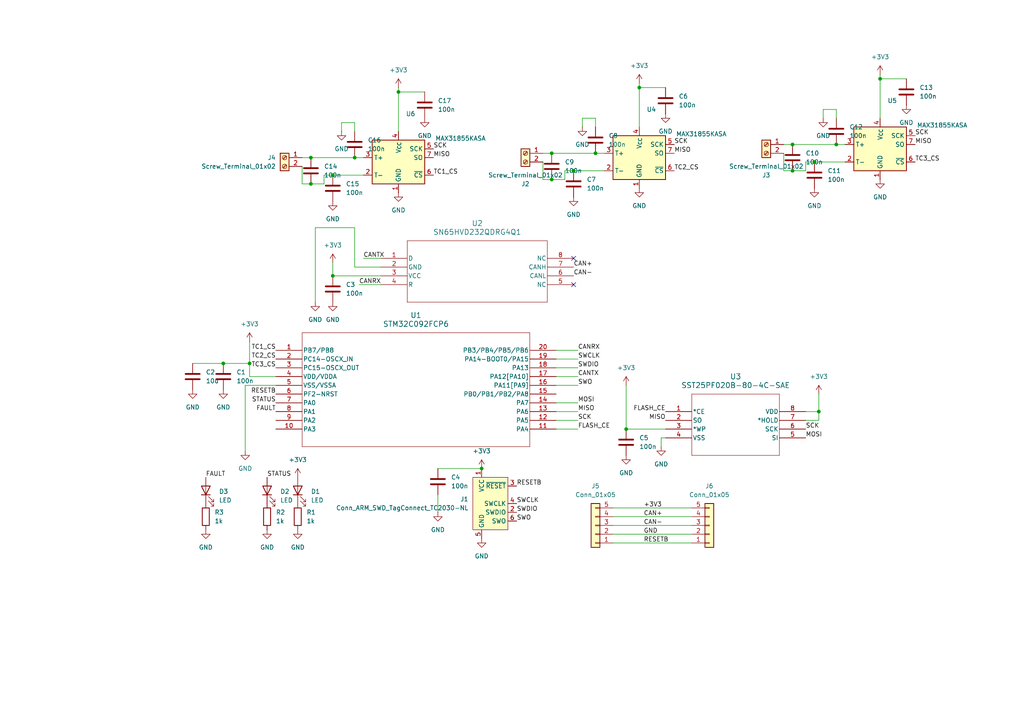
<source format=kicad_sch>
(kicad_sch (version 20250114) (generator "eeschema") (generator_version "9.0")
  (paper "A4")
  (lib_symbols
    (symbol "2025-06-11_00-44-39:STM32C092FCP6" (pin_names (offset 0.254))
      (property "Reference" "U" (at 40.64 10.16 0))
      (property "Value" "STM32C092FCP6" (at 40.64 7.62 0))
      (symbol "STM32C092FCP6_0_1"
        (polyline (pts (xy 7.62 5.08) (xy 7.62 -27.94)) (stroke (width 0.127)))
        (polyline (pts (xy 7.62 -27.94) (xy 73.66 -27.94)) (stroke (width 0.127)))
        (polyline (pts (xy 73.66 5.08) (xy 7.62 5.08)) (stroke (width 0.127)))
        (polyline (pts (xy 73.66 -27.94) (xy 73.66 5.08)) (stroke (width 0.127)))
        (pin bidirectional line (at 0 0 0) (length 7.62) (name "PB7/PB8") (number "1"))
        (pin bidirectional line (at 0 -2.54 0) (length 7.62) (name "PC14-OSCX_IN") (number "2"))
        (pin bidirectional line (at 0 -5.08 0) (length 7.62) (name "PC15-OSCX_OUT") (number "3"))
        (pin power_in line (at 0 -7.62 0) (length 7.62) (name "VDD/VDDA") (number "4"))
        (pin power_out line (at 0 -10.16 0) (length 7.62) (name "VSS/VSSA") (number "5"))
        (pin bidirectional line (at 0 -12.7 0) (length 7.62) (name "PF2-NRST") (number "6"))
        (pin bidirectional line (at 0 -15.24 0) (length 7.62) (name "PA0") (number "7"))
        (pin bidirectional line (at 0 -17.78 0) (length 7.62) (name "PA1") (number "8"))
        (pin bidirectional line (at 0 -20.32 0) (length 7.62) (name "PA2") (number "9"))
        (pin bidirectional line (at 0 -22.86 0) (length 7.62) (name "PA3") (number "10"))
        (pin bidirectional line (at 81.28 0 180) (length 7.62) (name "PB3/PB4/PB5/PB6") (number "20"))
        (pin bidirectional line (at 81.28 -2.54 180) (length 7.62) (name "PA14-BOOT0/PA15") (number "19"))
        (pin bidirectional line (at 81.28 -5.08 180) (length 7.62) (name "PA13") (number "18"))
        (pin bidirectional line (at 81.28 -7.62 180) (length 7.62) (name "PA12[PA10]") (number "17"))
        (pin bidirectional line (at 81.28 -10.16 180) (length 7.62) (name "PA11[PA9]") (number "16"))
        (pin bidirectional line (at 81.28 -12.7 180) (length 7.62) (name "PB0/PB1/PB2/PA8") (number "15"))
        (pin bidirectional line (at 81.28 -15.24 180) (length 7.62) (name "PA7") (number "14"))
        (pin bidirectional line (at 81.28 -17.78 180) (length 7.62) (name "PA6") (number "13"))
        (pin bidirectional line (at 81.28 -20.32 180) (length 7.62) (name "PA5") (number "12"))
        (pin bidirectional line (at 81.28 -22.86 180) (length 7.62) (name "PA4") (number "11"))
      )
    )
    (symbol "2025-06-11_00-45-23:SN65HVD232QDRG4Q1" (pin_names (offset 0.254))
      (property "Reference" "U" (at 27.94 10.16 0))
      (property "Value" "SN65HVD232QDRG4Q1" (at 27.94 7.62 0))
      (symbol "SN65HVD232QDRG4Q1_0_1"
        (polyline (pts (xy 7.62 5.08) (xy 7.62 -12.7)) (stroke (width 0.127)))
        (polyline (pts (xy 7.62 -12.7) (xy 48.26 -12.7)) (stroke (width 0.127)))
        (polyline (pts (xy 48.26 5.08) (xy 7.62 5.08)) (stroke (width 0.127)))
        (polyline (pts (xy 48.26 -12.7) (xy 48.26 5.08)) (stroke (width 0.127)))
        (pin input line (at 0 0 0) (length 7.62) (name "D") (number "1"))
        (pin power_in line (at 0 -2.54 0) (length 7.62) (name "GND") (number "2"))
        (pin power_in line (at 0 -5.08 0) (length 7.62) (name "VCC") (number "3"))
        (pin input line (at 0 -7.62 0) (length 7.62) (name "R") (number "4"))
        (pin unspecified line (at 55.88 0 180) (length 7.62) (name "NC") (number "8"))
        (pin output line (at 55.88 -2.54 180) (length 7.62) (name "CANH") (number "7"))
        (pin output line (at 55.88 -5.08 180) (length 7.62) (name "CANL") (number "6"))
        (pin unspecified line (at 55.88 -7.62 180) (length 7.62) (name "NC") (number "5"))
      )
    )
    (symbol "2025-06-11_00-53-44:SST25PF020B-80-4C-SAE" (pin_names (offset 0.254))
      (property "Reference" "U" (at 20.32 10.16 0))
      (property "Value" "SST25PF020B-80-4C-SAE" (at 20.32 7.62 0))
      (symbol "SST25PF020B-80-4C-SAE_0_1"
        (polyline (pts (xy 7.62 5.08) (xy 7.62 -12.7)) (stroke (width 0.127)))
        (polyline (pts (xy 7.62 -12.7) (xy 33.02 -12.7)) (stroke (width 0.127)))
        (polyline (pts (xy 33.02 5.08) (xy 7.62 5.08)) (stroke (width 0.127)))
        (polyline (pts (xy 33.02 -12.7) (xy 33.02 5.08)) (stroke (width 0.127)))
        (pin unspecified line (at 0 0 0) (length 7.62) (name "*CE") (number "1"))
        (pin output line (at 0 -2.54 0) (length 7.62) (name "SO") (number "2"))
        (pin unspecified line (at 0 -5.08 0) (length 7.62) (name "*WP") (number "3"))
        (pin power_in line (at 0 -7.62 0) (length 7.62) (name "VSS") (number "4"))
        (pin power_in line (at 40.64 0 180) (length 7.62) (name "VDD") (number "8"))
        (pin unspecified line (at 40.64 -2.54 180) (length 7.62) (name "*HOLD") (number "7"))
        (pin unspecified line (at 40.64 -5.08 180) (length 7.62) (name "SCK") (number "6"))
        (pin input line (at 40.64 -7.62 180) (length 7.62) (name "SI") (number "5"))
      )
    )
    (symbol "Connector:Conn_ARM_SWD_TagConnect_TC2030-NL" (in_bom no)
      (property "Reference" "J" (at 2.54 11.43 0))
      (property "Value" "Conn_ARM_SWD_TagConnect_TC2030-NL" (at 2.54 8.89 0))
      (symbol "Conn_ARM_SWD_TagConnect_TC2030-NL_0_0"
        (pin power_in line (at -2.54 10.16 270) (length 2.54) (name "VCC") (number "1"))
        (pin power_in line (at -2.54 -10.16 90) (length 2.54) (name "GND") (number "5"))
        (pin open_collector line (at 7.62 5.08 180) (length 2.54) (name "~{RESET}") (number "3"))
        (pin output line (at 7.62 0 180) (length 2.54) (name "SWCLK") (number "4"))
        (pin bidirectional line (at 7.62 -2.54 180) (length 2.54) (name "SWDIO") (number "2"))
        (pin input line (at 7.62 -5.08 180) (length 2.54) (name "SWO") (number "6"))
      )
      (symbol "Conn_ARM_SWD_TagConnect_TC2030-NL_0_1"
        (rectangle (start -5.08 7.62) (end 5.08 -7.62) (fill (type background)))
      )
    )
    (symbol "Connector:Screw_Terminal_01x02" (pin_names (offset 1.016) (hide yes))
      (property "Reference" "J" (at 0 2.54 0))
      (property "Value" "Screw_Terminal_01x02" (at 0 -5.08 0))
      (symbol "Screw_Terminal_01x02_1_1"
        (rectangle (start -1.27 1.27) (end 1.27 -3.81) (stroke (width 0.254)) (fill (type background)))
        (polyline (pts (xy -0.5334 0.3302) (xy 0.3302 -0.508)) (stroke (width 0.1524)))
        (polyline (pts (xy -0.5334 -2.2098) (xy 0.3302 -3.048)) (stroke (width 0.1524)))
        (polyline (pts (xy -0.3556 0.508) (xy 0.508 -0.3302)) (stroke (width 0.1524)))
        (polyline (pts (xy -0.3556 -2.032) (xy 0.508 -2.8702)) (stroke (width 0.1524)))
        (circle (center 0 0) (radius 0.635) (stroke (width 0.1524)))
        (circle (center 0 -2.54) (radius 0.635) (stroke (width 0.1524)))
        (pin passive line (at -5.08 0 0) (length 3.81) (name "Pin_1") (number "1"))
        (pin passive line (at -5.08 -2.54 0) (length 3.81) (name "Pin_2") (number "2"))
      )
    )
    (symbol "Connector_Generic:Conn_01x05" (pin_names (offset 1.016) (hide yes))
      (property "Reference" "J" (at 0 7.62 0))
      (property "Value" "Conn_01x05" (at 0 -7.62 0))
      (symbol "Conn_01x05_1_1"
        (rectangle (start -1.27 6.35) (end 1.27 -6.35) (stroke (width 0.254)) (fill (type background)))
        (rectangle (start -1.27 5.207) (end 0 4.953) (stroke (width 0.1524)))
        (rectangle (start -1.27 2.667) (end 0 2.413) (stroke (width 0.1524)))
        (rectangle (start -1.27 0.127) (end 0 -0.127) (stroke (width 0.1524)))
        (rectangle (start -1.27 -2.413) (end 0 -2.667) (stroke (width 0.1524)))
        (rectangle (start -1.27 -4.953) (end 0 -5.207) (stroke (width 0.1524)))
        (pin passive line (at -5.08 5.08 0) (length 3.81) (name "Pin_1") (number "1"))
        (pin passive line (at -5.08 2.54 0) (length 3.81) (name "Pin_2") (number "2"))
        (pin passive line (at -5.08 0 0) (length 3.81) (name "Pin_3") (number "3"))
        (pin passive line (at -5.08 -2.54 0) (length 3.81) (name "Pin_4") (number "4"))
        (pin passive line (at -5.08 -5.08 0) (length 3.81) (name "Pin_5") (number "5"))
      )
    )
    (symbol "Device:C" (pin_numbers (hide yes)) (pin_names (offset 0.254))
      (property "Reference" "C" (at 0.635 2.54 0))
      (property "Value" "C" (at 0.635 -2.54 0))
      (symbol "C_0_1"
        (polyline (pts (xy -2.032 0.762) (xy 2.032 0.762)) (stroke (width 0.508)))
        (polyline (pts (xy -2.032 -0.762) (xy 2.032 -0.762)) (stroke (width 0.508)))
      )
      (symbol "C_1_1"
        (pin passive line (at 0 3.81 270) (length 2.794) (name "~") (number "1"))
        (pin passive line (at 0 -3.81 90) (length 2.794) (name "~") (number "2"))
      )
    )
    (symbol "Device:LED" (pin_numbers (hide yes)) (pin_names (offset 1.016) (hide yes))
      (property "Reference" "D" (at 0 2.54 0))
      (property "Value" "LED" (at 0 -2.54 0))
      (symbol "LED_0_1"
        (polyline (pts (xy -3.048 -0.762) (xy -4.572 -2.286) (xy -3.81 -2.286) (xy -4.572 -2.286) (xy -4.572 -1.524)))
        (polyline (pts (xy -1.778 -0.762) (xy -3.302 -2.286) (xy -2.54 -2.286) (xy -3.302 -2.286) (xy -3.302 -1.524)))
        (polyline (pts (xy -1.27 0) (xy 1.27 0)))
        (polyline (pts (xy -1.27 -1.27) (xy -1.27 1.27)) (stroke (width 0.254)))
        (polyline (pts (xy 1.27 -1.27) (xy 1.27 1.27) (xy -1.27 0) (xy 1.27 -1.27)) (stroke (width 0.254)))
      )
      (symbol "LED_1_1"
        (pin passive line (at -3.81 0 0) (length 2.54) (name "K") (number "1"))
        (pin passive line (at 3.81 0 180) (length 2.54) (name "A") (number "2"))
      )
    )
    (symbol "Device:R" (pin_numbers (hide yes)) (pin_names (offset 0))
      (property "Reference" "R" (at 2.032 0 90))
      (property "Value" "R" (at 0 0 90))
      (symbol "R_0_1"
        (rectangle (start -1.016 -2.54) (end 1.016 2.54) (stroke (width 0.254)))
      )
      (symbol "R_1_1"
        (pin passive line (at 0 3.81 270) (length 1.27) (name "~") (number "1"))
        (pin passive line (at 0 -3.81 90) (length 1.27) (name "~") (number "2"))
      )
    )
    (symbol "Sensor_Temperature:MAX31855KASA"
      (property "Reference" "U" (at -7.62 8.89 0))
      (property "Value" "MAX31855KASA" (at 1.27 8.89 0))
      (symbol "MAX31855KASA_0_1"
        (rectangle (start -7.62 7.62) (end 7.62 -5.08) (stroke (width 0.254)) (fill (type background)))
      )
      (symbol "MAX31855KASA_1_1"
        (pin passive line (at -10.16 2.54 0) (length 2.54) (name "T+") (number "3"))
        (pin passive line (at -10.16 -2.54 0) (length 2.54) (name "T-") (number "2"))
        (pin no_connect line (at -7.62 5.08 0) (length 2.54) (hide yes) (name "NC") (number "8"))
        (pin power_in line (at 0 10.16 270) (length 2.54) (name "V_{CC}") (number "4"))
        (pin power_in line (at 0 -7.62 90) (length 2.54) (name "GND") (number "1"))
        (pin input line (at 10.16 5.08 180) (length 2.54) (name "SCK") (number "5"))
        (pin tri_state line (at 10.16 2.54 180) (length 2.54) (name "SO") (number "7"))
        (pin input line (at 10.16 -2.54 180) (length 2.54) (name "~{CS}") (number "6"))
      )
    )
    (symbol "power:+3V3" (power) (pin_numbers (hide yes)) (pin_names (offset 0) (hide yes))
      (property "Value" "+3V3" (at 0 3.556 0))
      (symbol "+3V3_0_1"
        (polyline (pts (xy -0.762 1.27) (xy 0 2.54)))
        (polyline (pts (xy 0 2.54) (xy 0.762 1.27)))
        (polyline (pts (xy 0 0) (xy 0 2.54)))
      )
      (symbol "+3V3_1_1"
        (pin power_in line (at 0 0 90) (length 0) (name "~") (number "1"))
      )
    )
    (symbol "power:GND" (power) (pin_numbers (hide yes)) (pin_names (offset 0) (hide yes))
      (property "Value" "GND" (at 0 -3.81 0))
      (symbol "GND_0_1"
        (polyline (pts (xy 0 0) (xy 0 -1.27) (xy 1.27 -1.27) (xy 0 -2.54) (xy -1.27 -1.27) (xy 0 -1.27)))
      )
      (symbol "GND_1_1"
        (pin power_in line (at 0 0 270) (length 0) (name "~") (number "1"))
      )
    )
  )
  (junction (at 237.49 119.38))
  (junction (at 172.72 44.45))
  (junction (at 242.57 41.91))
  (junction (at 96.52 50.8))
  (junction (at 255.27 22.86))
  (junction (at 139.7 135.89))
  (junction (at 181.61 124.46))
  (junction (at 72.39 105.41))
  (junction (at 185.42 25.4))
  (junction (at 166.37 49.53))
  (junction (at 229.87 49.53))
  (junction (at 102.87 45.72))
  (junction (at 115.57 26.67))
  (junction (at 160.02 44.45))
  (junction (at 96.52 80.01))
  (junction (at 229.87 41.91))
  (junction (at 90.17 45.72))
  (junction (at 64.77 105.41))
  (junction (at 160.02 52.07))
  (junction (at 236.22 46.99))
  (junction (at 90.17 53.34))
  (no_connect (at 166.37 74.93))
  (no_connect (at 166.37 82.55))
  (wire (pts (xy 87.63 48.26) (xy 87.63 53.34)))
  (wire (pts (xy 72.39 109.22) (xy 72.39 105.41)))
  (wire (pts (xy 181.61 111.76) (xy 181.61 124.46)))
  (wire (pts (xy 71.12 130.81) (xy 71.12 111.76)))
  (wire (pts (xy 229.87 41.91) (xy 242.57 41.91)))
  (wire (pts (xy 99.06 38.1) (xy 99.06 35.56)))
  (wire (pts (xy 102.87 45.72) (xy 105.41 45.72)))
  (wire (pts (xy 90.17 53.34) (xy 93.98 53.34)))
  (wire (pts (xy 115.57 26.67) (xy 115.57 38.1)))
  (wire (pts (xy 238.76 31.75) (xy 242.57 31.75)))
  (wire (pts (xy 237.49 114.3) (xy 237.49 119.38)))
  (wire (pts (xy 255.27 22.86) (xy 262.89 22.86)))
  (wire (pts (xy 255.27 21.59) (xy 255.27 22.86)))
  (wire (pts (xy 238.76 34.29) (xy 238.76 31.75)))
  (wire (pts (xy 185.42 24.13) (xy 185.42 25.4)))
  (wire (pts (xy 172.72 44.45) (xy 175.26 44.45)))
  (wire (pts (xy 80.01 109.22) (xy 72.39 109.22)))
  (wire (pts (xy 233.68 119.38) (xy 237.49 119.38)))
  (wire (pts (xy 233.68 46.99) (xy 236.22 46.99)))
  (wire (pts (xy 236.22 46.99) (xy 245.11 46.99)))
  (wire (pts (xy 167.64 119.38) (xy 161.29 119.38)))
  (wire (pts (xy 160.02 52.07) (xy 163.83 52.07)))
  (wire (pts (xy 102.87 77.47) (xy 110.49 77.47)))
  (wire (pts (xy 168.91 34.29) (xy 172.72 34.29)))
  (wire (pts (xy 99.06 35.56) (xy 102.87 35.56)))
  (wire (pts (xy 177.8 152.4) (xy 200.66 152.4)))
  (wire (pts (xy 102.87 35.56) (xy 102.87 38.1)))
  (wire (pts (xy 96.52 76.2) (xy 96.52 80.01)))
  (wire (pts (xy 233.68 121.92) (xy 237.49 121.92)))
  (wire (pts (xy 160.02 44.45) (xy 172.72 44.45)))
  (wire (pts (xy 157.48 44.45) (xy 160.02 44.45)))
  (wire (pts (xy 227.33 41.91) (xy 229.87 41.91)))
  (wire (pts (xy 227.33 49.53) (xy 229.87 49.53)))
  (wire (pts (xy 233.68 49.53) (xy 233.68 46.99)))
  (wire (pts (xy 87.63 45.72) (xy 90.17 45.72)))
  (wire (pts (xy 127 135.89) (xy 139.7 135.89)))
  (wire (pts (xy 115.57 26.67) (xy 123.19 26.67)))
  (wire (pts (xy 91.44 66.04) (xy 91.44 87.63)))
  (wire (pts (xy 87.63 53.34) (xy 90.17 53.34)))
  (wire (pts (xy 177.8 157.48) (xy 200.66 157.48)))
  (wire (pts (xy 193.04 124.46) (xy 181.61 124.46)))
  (wire (pts (xy 157.48 46.99) (xy 157.48 52.07)))
  (wire (pts (xy 167.64 111.76) (xy 161.29 111.76)))
  (wire (pts (xy 172.72 34.29) (xy 172.72 36.83)))
  (wire (pts (xy 102.87 66.04) (xy 102.87 77.47)))
  (wire (pts (xy 64.77 105.41) (xy 72.39 105.41)))
  (wire (pts (xy 191.77 127) (xy 191.77 129.54)))
  (wire (pts (xy 104.14 82.55) (xy 110.49 82.55)))
  (wire (pts (xy 91.44 66.04) (xy 102.87 66.04)))
  (wire (pts (xy 166.37 49.53) (xy 175.26 49.53)))
  (wire (pts (xy 115.57 25.4) (xy 115.57 26.67)))
  (wire (pts (xy 167.64 121.92) (xy 161.29 121.92)))
  (wire (pts (xy 255.27 22.86) (xy 255.27 34.29)))
  (wire (pts (xy 167.64 116.84) (xy 161.29 116.84)))
  (wire (pts (xy 167.64 104.14) (xy 161.29 104.14)))
  (wire (pts (xy 177.8 154.94) (xy 200.66 154.94)))
  (wire (pts (xy 71.12 111.76) (xy 80.01 111.76)))
  (wire (pts (xy 163.83 52.07) (xy 163.83 49.53)))
  (wire (pts (xy 185.42 25.4) (xy 193.04 25.4)))
  (wire (pts (xy 227.33 44.45) (xy 227.33 49.53)))
  (wire (pts (xy 177.8 149.86) (xy 200.66 149.86)))
  (wire (pts (xy 168.91 36.83) (xy 168.91 34.29)))
  (wire (pts (xy 167.64 106.68) (xy 161.29 106.68)))
  (wire (pts (xy 93.98 53.34) (xy 93.98 50.8)))
  (wire (pts (xy 242.57 41.91) (xy 245.11 41.91)))
  (wire (pts (xy 55.88 105.41) (xy 64.77 105.41)))
  (wire (pts (xy 105.41 74.93) (xy 110.49 74.93)))
  (wire (pts (xy 167.64 124.46) (xy 161.29 124.46)))
  (wire (pts (xy 96.52 80.01) (xy 110.49 80.01)))
  (wire (pts (xy 127 148.59) (xy 127 143.51)))
  (wire (pts (xy 96.52 50.8) (xy 105.41 50.8)))
  (wire (pts (xy 161.29 109.22) (xy 167.64 109.22)))
  (wire (pts (xy 237.49 121.92) (xy 237.49 119.38)))
  (wire (pts (xy 163.83 49.53) (xy 166.37 49.53)))
  (wire (pts (xy 72.39 105.41) (xy 72.39 99.06)))
  (wire (pts (xy 229.87 49.53) (xy 233.68 49.53)))
  (wire (pts (xy 90.17 45.72) (xy 102.87 45.72)))
  (wire (pts (xy 242.57 31.75) (xy 242.57 34.29)))
  (wire (pts (xy 157.48 52.07) (xy 160.02 52.07)))
  (wire (pts (xy 177.8 147.32) (xy 200.66 147.32)))
  (wire (pts (xy 191.77 127) (xy 193.04 127)))
  (wire (pts (xy 161.29 101.6) (xy 167.64 101.6)))
  (wire (pts (xy 185.42 25.4) (xy 185.42 36.83)))
  (wire (pts (xy 93.98 50.8) (xy 96.52 50.8)))
  (label "SWDIO" (at 149.86 148.59 0))
  (label "CANRX" (at 104.14 82.55 0))
  (label "TC3_CS" (at 80.01 106.68 180))
  (label "CAN-" (at 166.37 80.01 0))
  (label "TC2_CS" (at 195.58 49.53 0))
  (label "TC1_CS" (at 80.01 101.6 180))
  (label "MISO" (at 125.73 45.72 0))
  (label "MISO" (at 193.04 121.92 180))
  (label "SWO" (at 167.64 111.76 0))
  (label "FLASH_CE" (at 167.64 124.46 0))
  (label "SCK" (at 195.58 41.91 0))
  (label "SWCLK" (at 149.86 146.05 0))
  (label "SWDIO" (at 167.64 106.68 0))
  (label "FAULT" (at 80.01 119.38 180))
  (label "TC2_CS" (at 80.01 104.14 180))
  (label "CANTX" (at 105.41 74.93 0))
  (label "MOSI" (at 233.68 127 0))
  (label "SCK" (at 167.64 121.92 0))
  (label "SWO" (at 149.86 151.13 0))
  (label "CANTX" (at 167.64 109.22 0))
  (label "STATUS" (at 80.01 116.84 180))
  (label "SCK" (at 265.43 39.37 0))
  (label "SCK" (at 233.68 124.46 0))
  (label "CANRX" (at 167.64 101.6 0))
  (label "RESETB" (at 149.86 140.97 0))
  (label "MISO" (at 195.58 44.45 0))
  (label "RESETB" (at 186.69 157.48 0))
  (label "CAN+" (at 166.37 77.47 0))
  (label "TC1_CS" (at 125.73 50.8 0))
  (label "RESETB" (at 80.01 114.3 180))
  (label "SCK" (at 125.73 43.18 0))
  (label "CAN-" (at 186.69 152.4 0))
  (label "MOSI" (at 167.64 116.84 0))
  (label "SWCLK" (at 167.64 104.14 0))
  (label "+3V3" (at 186.69 147.32 0))
  (label "FAULT" (at 59.69 138.43 0))
  (label "CAN+" (at 186.69 149.86 0))
  (label "MISO" (at 265.43 41.91 0))
  (label "FLASH_CE" (at 193.04 119.38 180))
  (label "MISO" (at 167.64 119.38 0))
  (label "STATUS" (at 77.47 138.43 0))
  (label "TC3_CS" (at 265.43 46.99 0))
  (label "GND" (at 186.69 154.94 0))
  (symbol (lib_id "Device:R") (at 59.69 149.86 0) (unit 1)
    (property "Reference" "R3" (at 62.23 148.5899 0) (effects (justify left)))
    (property "Value" "1k" (at 62.23 151.1299 0) (effects (justify left)))
    (property "Footprint" "Resistor_SMD:R_0603_1608Metric" (effects (hide yes)))
    (property "Description" "Resistor" (effects (hide yes)))
  )
  (symbol (lib_id "Device:C") (at 181.61 128.27 0) (unit 1)
    (property "Reference" "C5" (at 185.42 126.9999 0) (effects (justify left)))
    (property "Value" "100n" (at 185.42 129.5399 0) (effects (justify left)))
    (property "Footprint" "Capacitor_SMD:C_0603_1608Metric" (effects (hide yes)))
    (property "Description" "Unpolarized capacitor" (effects (hide yes)))
  )
  (symbol (lib_id "power:GND") (at 255.27 52.07 0) (unit 1)
    (property "Reference" "#PWR025" (effects (hide yes)))
    (property "Value" "GND" (at 255.27 57.15 0))
    (property "Description" "Power symbol creates a global label with name \"GND\" , ground" (effects (hide yes)))
  )
  (symbol (lib_id "Connector:Screw_Terminal_01x02") (at 152.4 44.45 0) (mirror y) (unit 1)
    (property "Reference" "J2" (at 152.4 53.34 0))
    (property "Value" "Screw_Terminal_01x02" (at 152.4 50.8 0))
    (property "Footprint" "TerminalBlock:TerminalBlock_Xinya_XY308-2.54-2P_1x02_P2.54mm_Horizontal" (effects (hide yes)))
    (property "Description" "Generic screw terminal, single row, 01x02, script generated (kicad-library-utils/schlib/autogen/connector/)" (effects (hide yes)))
  )
  (symbol (lib_id "Device:C") (at 96.52 83.82 0) (unit 1)
    (property "Reference" "C3" (at 100.33 82.5499 0) (effects (justify left)))
    (property "Value" "100n" (at 100.33 85.0899 0) (effects (justify left)))
    (property "Footprint" "Capacitor_SMD:C_0603_1608Metric" (effects (hide yes)))
    (property "Description" "Unpolarized capacitor" (effects (hide yes)))
  )
  (symbol (lib_id "2025-06-11_00-45-23:SN65HVD232QDRG4Q1") (at 110.49 74.93 0) (unit 1)
    (property "Reference" "U2" (at 138.43 64.77 0) (effects (font (size 1.524 1.524))))
    (property "Value" "SN65HVD232QDRG4Q1" (at 138.43 67.31 0) (effects (font (size 1.524 1.524))))
    (property "Footprint" "footprints:D8" (effects (hide yes)))
    (property "Datasheet" "SN65HVD232QDRG4Q1" (effects (hide yes)))
  )
  (symbol (lib_id "Device:C") (at 166.37 53.34 0) (unit 1)
    (property "Reference" "C7" (at 170.18 52.0699 0) (effects (justify left)))
    (property "Value" "100n" (at 170.18 54.6099 0) (effects (justify left)))
    (property "Footprint" "Capacitor_SMD:C_0603_1608Metric" (effects (hide yes)))
    (property "Description" "Unpolarized capacitor" (effects (hide yes)))
  )
  (symbol (lib_id "power:GND") (at 77.47 153.67 0) (unit 1)
    (property "Reference" "#PWR033" (effects (hide yes)))
    (property "Value" "GND" (at 77.47 158.75 0))
    (property "Description" "Power symbol creates a global label with name \"GND\" , ground" (effects (hide yes)))
  )
  (symbol (lib_id "power:GND") (at 55.88 113.03 0) (unit 1)
    (property "Reference" "#PWR011" (effects (hide yes)))
    (property "Value" "GND" (at 55.88 118.11 0))
    (property "Description" "Power symbol creates a global label with name \"GND\" , ground" (effects (hide yes)))
  )
  (symbol (lib_id "Device:C") (at 90.17 49.53 0) (unit 1)
    (property "Reference" "C14" (at 93.98 48.2599 0) (effects (justify left)))
    (property "Value" "100n" (at 93.98 50.7999 0) (effects (justify left)))
    (property "Footprint" "Capacitor_SMD:C_0603_1608Metric" (effects (hide yes)))
    (property "Description" "Unpolarized capacitor" (effects (hide yes)))
  )
  (symbol (lib_id "power:GND") (at 127 148.59 0) (unit 1)
    (property "Reference" "#PWR013" (effects (hide yes)))
    (property "Value" "GND" (at 127 153.67 0))
    (property "Description" "Power symbol creates a global label with name \"GND\" , ground" (effects (hide yes)))
  )
  (symbol (lib_id "power:GND") (at 64.77 113.03 0) (unit 1)
    (property "Reference" "#PWR010" (effects (hide yes)))
    (property "Value" "GND" (at 64.77 118.11 0))
    (property "Description" "Power symbol creates a global label with name \"GND\" , ground" (effects (hide yes)))
  )
  (symbol (lib_id "power:GND") (at 99.06 38.1 0) (unit 1)
    (property "Reference" "#PWR028" (effects (hide yes)))
    (property "Value" "GND" (at 99.06 43.18 0))
    (property "Description" "Power symbol creates a global label with name \"GND\" , ground" (effects (hide yes)))
  )
  (symbol (lib_id "power:GND") (at 166.37 57.15 0) (unit 1)
    (property "Reference" "#PWR020" (effects (hide yes)))
    (property "Value" "GND" (at 166.37 62.23 0))
    (property "Description" "Power symbol creates a global label with name \"GND\" , ground" (effects (hide yes)))
  )
  (symbol (lib_id "Device:LED") (at 77.47 142.24 90) (unit 1)
    (property "Reference" "D2" (at 81.28 142.5574 90) (effects (justify right)))
    (property "Value" "LED" (at 81.28 145.0974 90) (effects (justify right)))
    (property "Footprint" "LED_SMD:LED_0603_1608Metric" (effects (hide yes)))
    (property "Description" "Light emitting diode" (effects (hide yes)))
    (property "Sim.Pins" "1=K 2=A" (effects (hide yes)))
  )
  (symbol (lib_id "Device:C") (at 193.04 29.21 0) (unit 1)
    (property "Reference" "C6" (at 196.85 27.9399 0) (effects (justify left)))
    (property "Value" "100n" (at 196.85 30.4799 0) (effects (justify left)))
    (property "Footprint" "Capacitor_SMD:C_0603_1608Metric" (effects (hide yes)))
    (property "Description" "Unpolarized capacitor" (effects (hide yes)))
  )
  (symbol (lib_id "Connector:Screw_Terminal_01x02") (at 222.25 41.91 0) (mirror y) (unit 1)
    (property "Reference" "J3" (at 222.25 50.8 0))
    (property "Value" "Screw_Terminal_01x02" (at 222.25 48.26 0))
    (property "Footprint" "TerminalBlock:TerminalBlock_Xinya_XY308-2.54-2P_1x02_P2.54mm_Horizontal" (effects (hide yes)))
    (property "Description" "Generic screw terminal, single row, 01x02, script generated (kicad-library-utils/schlib/autogen/connector/)" (effects (hide yes)))
  )
  (symbol (lib_id "power:GND") (at 71.12 130.81 0) (unit 1)
    (property "Reference" "#PWR01" (effects (hide yes)))
    (property "Value" "GND" (at 71.12 135.89 0))
    (property "Description" "Power symbol creates a global label with name \"GND\" , ground" (effects (hide yes)))
  )
  (symbol (lib_id "power:GND") (at 59.69 153.67 0) (unit 1)
    (property "Reference" "#PWR035" (effects (hide yes)))
    (property "Value" "GND" (at 59.69 158.75 0))
    (property "Description" "Power symbol creates a global label with name \"GND\" , ground" (effects (hide yes)))
  )
  (symbol (lib_id "power:GND") (at 123.19 34.29 0) (unit 1)
    (property "Reference" "#PWR031" (effects (hide yes)))
    (property "Value" "GND" (at 123.19 39.37 0))
    (property "Description" "Power symbol creates a global label with name \"GND\" , ground" (effects (hide yes)))
  )
  (symbol (lib_id "power:GND") (at 91.44 87.63 0) (unit 1)
    (property "Reference" "#PWR03" (effects (hide yes)))
    (property "Value" "GND" (at 91.44 92.71 0))
    (property "Description" "Power symbol creates a global label with name \"GND\" , ground" (effects (hide yes)))
  )
  (symbol (lib_id "power:+3V3") (at 72.39 99.06 0) (unit 1)
    (property "Reference" "#PWR02" (effects (hide yes)))
    (property "Value" "+3V3" (at 72.39 93.98 0))
    (property "Description" "Power symbol creates a global label with name \"+3V3\"" (effects (hide yes)))
  )
  (symbol (lib_id "power:GND") (at 115.57 55.88 0) (unit 1)
    (property "Reference" "#PWR030" (effects (hide yes)))
    (property "Value" "GND" (at 115.57 60.96 0))
    (property "Description" "Power symbol creates a global label with name \"GND\" , ground" (effects (hide yes)))
  )
  (symbol (lib_id "Device:C") (at 236.22 50.8 0) (unit 1)
    (property "Reference" "C11" (at 240.03 49.5299 0) (effects (justify left)))
    (property "Value" "100n" (at 240.03 52.0699 0) (effects (justify left)))
    (property "Footprint" "Capacitor_SMD:C_0603_1608Metric" (effects (hide yes)))
    (property "Description" "Unpolarized capacitor" (effects (hide yes)))
  )
  (symbol (lib_id "power:GND") (at 96.52 58.42 0) (unit 1)
    (property "Reference" "#PWR027" (effects (hide yes)))
    (property "Value" "GND" (at 96.52 63.5 0))
    (property "Description" "Power symbol creates a global label with name \"GND\" , ground" (effects (hide yes)))
  )
  (symbol (lib_id "power:+3V3") (at 139.7 135.89 0) (unit 1)
    (property "Reference" "#PWR06" (effects (hide yes)))
    (property "Value" "+3V3" (at 139.7 130.81 0))
    (property "Description" "Power symbol creates a global label with name \"+3V3\"" (effects (hide yes)))
  )
  (symbol (lib_id "Device:C") (at 55.88 109.22 0) (unit 1)
    (property "Reference" "C2" (at 59.69 107.9499 0) (effects (justify left)))
    (property "Value" "10u" (at 59.69 110.4899 0) (effects (justify left)))
    (property "Footprint" "Capacitor_SMD:C_0603_1608Metric" (effects (hide yes)))
    (property "Description" "Unpolarized capacitor" (effects (hide yes)))
  )
  (symbol (lib_id "power:+3V3") (at 86.36 138.43 0) (unit 1)
    (property "Reference" "#PWR015" (effects (hide yes)))
    (property "Value" "+3V3" (at 86.36 133.35 0))
    (property "Description" "Power symbol creates a global label with name \"+3V3\"" (effects (hide yes)))
  )
  (symbol (lib_id "Device:C") (at 242.57 38.1 0) (unit 1)
    (property "Reference" "C12" (at 246.38 36.8299 0) (effects (justify left)))
    (property "Value" "100n" (at 246.38 39.3699 0) (effects (justify left)))
    (property "Footprint" "Capacitor_SMD:C_0603_1608Metric" (effects (hide yes)))
    (property "Description" "Unpolarized capacitor" (effects (hide yes)))
  )
  (symbol (lib_id "2025-06-11_00-53-44:SST25PF020B-80-4C-SAE") (at 193.04 119.38 0) (unit 1)
    (property "Reference" "U3" (at 213.36 109.22 0) (effects (font (size 1.524 1.524))))
    (property "Value" "SST25PF020B-80-4C-SAE" (at 213.36 111.76 0) (effects (font (size 1.524 1.524))))
    (property "Footprint" "footprints:SOIC8_SA_SST_MCH" (effects (hide yes)))
    (property "Datasheet" "SST25PF020B-80-4C-SAE" (effects (hide yes)))
  )
  (symbol (lib_id "Sensor_Temperature:MAX31855KASA") (at 255.27 44.45 0) (unit 1)
    (property "Reference" "U5" (at 257.4133 29.21 0) (effects (justify left)))
    (property "Value" "MAX31855KASA" (at 265.938 36.322 0) (effects (justify left)))
    (property "Footprint" "Package_SO:SOIC-8_3.9x4.9mm_P1.27mm" (effects (hide yes)))
    (property "Datasheet" "http://datasheets.maximintegrated.com/en/ds/MAX31855.pdf" (effects (hide yes)))
    (property "Description" "Cold Junction K-type Thermocouple Interface, SPI, SOIC-8" (effects (hide yes)))
  )
  (symbol (lib_id "power:GND") (at 185.42 54.61 0) (unit 1)
    (property "Reference" "#PWR018" (effects (hide yes)))
    (property "Value" "GND" (at 185.42 59.69 0))
    (property "Description" "Power symbol creates a global label with name \"GND\" , ground" (effects (hide yes)))
  )
  (symbol (lib_id "Device:C") (at 96.52 54.61 0) (unit 1)
    (property "Reference" "C15" (at 100.33 53.3399 0) (effects (justify left)))
    (property "Value" "100n" (at 100.33 55.8799 0) (effects (justify left)))
    (property "Footprint" "Capacitor_SMD:C_0603_1608Metric" (effects (hide yes)))
    (property "Description" "Unpolarized capacitor" (effects (hide yes)))
  )
  (symbol (lib_id "power:GND") (at 86.36 153.67 0) (unit 1)
    (property "Reference" "#PWR016" (effects (hide yes)))
    (property "Value" "GND" (at 86.36 158.75 0))
    (property "Description" "Power symbol creates a global label with name \"GND\" , ground" (effects (hide yes)))
  )
  (symbol (lib_id "Sensor_Temperature:MAX31855KASA") (at 185.42 46.99 0) (unit 1)
    (property "Reference" "U4" (at 187.5633 31.75 0) (effects (justify left)))
    (property "Value" "MAX31855KASA" (at 196.088 38.862 0) (effects (justify left)))
    (property "Footprint" "Package_SO:SOIC-8_3.9x4.9mm_P1.27mm" (effects (hide yes)))
    (property "Datasheet" "http://datasheets.maximintegrated.com/en/ds/MAX31855.pdf" (effects (hide yes)))
    (property "Description" "Cold Junction K-type Thermocouple Interface, SPI, SOIC-8" (effects (hide yes)))
  )
  (symbol (lib_id "power:GND") (at 181.61 132.08 0) (unit 1)
    (property "Reference" "#PWR014" (effects (hide yes)))
    (property "Value" "GND" (at 181.61 137.16 0))
    (property "Description" "Power symbol creates a global label with name \"GND\" , ground" (effects (hide yes)))
  )
  (symbol (lib_id "Device:LED") (at 59.69 142.24 90) (unit 1)
    (property "Reference" "D3" (at 63.5 142.5574 90) (effects (justify right)))
    (property "Value" "LED" (at 63.5 145.0974 90) (effects (justify right)))
    (property "Footprint" "LED_SMD:LED_0603_1608Metric" (effects (hide yes)))
    (property "Description" "Light emitting diode" (effects (hide yes)))
    (property "Sim.Pins" "1=K 2=A" (effects (hide yes)))
  )
  (symbol (lib_id "power:+3V3") (at 237.49 114.3 0) (unit 1)
    (property "Reference" "#PWR08" (effects (hide yes)))
    (property "Value" "+3V3" (at 237.49 109.22 0))
    (property "Description" "Power symbol creates a global label with name \"+3V3\"" (effects (hide yes)))
  )
  (symbol (lib_id "power:GND") (at 139.7 156.21 0) (unit 1)
    (property "Reference" "#PWR05" (effects (hide yes)))
    (property "Value" "GND" (at 139.7 161.29 0))
    (property "Description" "Power symbol creates a global label with name \"GND\" , ground" (effects (hide yes)))
  )
  (symbol (lib_id "Connector:Screw_Terminal_01x02") (at 82.55 45.72 0) (mirror y) (unit 1)
    (property "Reference" "J4" (at 80.01 45.7199 0) (effects (justify left)))
    (property "Value" "Screw_Terminal_01x02" (at 80.01 48.2599 0) (effects (justify left)))
    (property "Footprint" "TerminalBlock:TerminalBlock_Xinya_XY308-2.54-2P_1x02_P2.54mm_Horizontal" (effects (hide yes)))
    (property "Description" "Generic screw terminal, single row, 01x02, script generated (kicad-library-utils/schlib/autogen/connector/)" (effects (hide yes)))
  )
  (symbol (lib_id "power:GND") (at 191.77 129.54 0) (unit 1)
    (property "Reference" "#PWR07" (effects (hide yes)))
    (property "Value" "GND" (at 191.77 134.62 0))
    (property "Description" "Power symbol creates a global label with name \"GND\" , ground" (effects (hide yes)))
  )
  (symbol (lib_id "Device:LED") (at 86.36 142.24 90) (unit 1)
    (property "Reference" "D1" (at 90.17 142.5574 90) (effects (justify right)))
    (property "Value" "LED" (at 90.17 145.0974 90) (effects (justify right)))
    (property "Footprint" "LED_SMD:LED_0603_1608Metric" (effects (hide yes)))
    (property "Description" "Light emitting diode" (effects (hide yes)))
    (property "Sim.Pins" "1=K 2=A" (effects (hide yes)))
  )
  (symbol (lib_id "power:+3V3") (at 255.27 21.59 0) (unit 1)
    (property "Reference" "#PWR024" (effects (hide yes)))
    (property "Value" "+3V3" (at 255.27 16.51 0))
    (property "Description" "Power symbol creates a global label with name \"+3V3\"" (effects (hide yes)))
  )
  (symbol (lib_id "Device:C") (at 102.87 41.91 0) (unit 1)
    (property "Reference" "C16" (at 106.68 40.6399 0) (effects (justify left)))
    (property "Value" "100n" (at 106.68 43.1799 0) (effects (justify left)))
    (property "Footprint" "Capacitor_SMD:C_0603_1608Metric" (effects (hide yes)))
    (property "Description" "Unpolarized capacitor" (effects (hide yes)))
  )
  (symbol (lib_id "power:GND") (at 262.89 30.48 0) (unit 1)
    (property "Reference" "#PWR026" (effects (hide yes)))
    (property "Value" "GND" (at 262.89 35.56 0))
    (property "Description" "Power symbol creates a global label with name \"GND\" , ground" (effects (hide yes)))
  )
  (symbol (lib_id "power:GND") (at 193.04 33.02 0) (unit 1)
    (property "Reference" "#PWR019" (effects (hide yes)))
    (property "Value" "GND" (at 193.04 38.1 0))
    (property "Description" "Power symbol creates a global label with name \"GND\" , ground" (effects (hide yes)))
  )
  (symbol (lib_id "Device:C") (at 160.02 48.26 0) (unit 1)
    (property "Reference" "C9" (at 163.83 46.9899 0) (effects (justify left)))
    (property "Value" "100n" (at 163.83 49.5299 0) (effects (justify left)))
    (property "Footprint" "Capacitor_SMD:C_0603_1608Metric" (effects (hide yes)))
    (property "Description" "Unpolarized capacitor" (effects (hide yes)))
  )
  (symbol (lib_id "power:GND") (at 168.91 36.83 0) (unit 1)
    (property "Reference" "#PWR021" (effects (hide yes)))
    (property "Value" "GND" (at 168.91 41.91 0))
    (property "Description" "Power symbol creates a global label with name \"GND\" , ground" (effects (hide yes)))
  )
  (symbol (lib_id "Device:C") (at 229.87 45.72 0) (unit 1)
    (property "Reference" "C10" (at 233.68 44.4499 0) (effects (justify left)))
    (property "Value" "100n" (at 233.68 46.9899 0) (effects (justify left)))
    (property "Footprint" "Capacitor_SMD:C_0603_1608Metric" (effects (hide yes)))
    (property "Description" "Unpolarized capacitor" (effects (hide yes)))
  )
  (symbol (lib_id "power:+3V3") (at 96.52 76.2 0) (unit 1)
    (property "Reference" "#PWR04" (effects (hide yes)))
    (property "Value" "+3V3" (at 96.52 71.12 0))
    (property "Description" "Power symbol creates a global label with name \"+3V3\"" (effects (hide yes)))
  )
  (symbol (lib_id "power:GND") (at 238.76 34.29 0) (unit 1)
    (property "Reference" "#PWR023" (effects (hide yes)))
    (property "Value" "GND" (at 238.76 39.37 0))
    (property "Description" "Power symbol creates a global label with name \"GND\" , ground" (effects (hide yes)))
  )
  (symbol (lib_id "power:+3V3") (at 115.57 25.4 0) (unit 1)
    (property "Reference" "#PWR029" (effects (hide yes)))
    (property "Value" "+3V3" (at 115.57 20.32 0))
    (property "Description" "Power symbol creates a global label with name \"+3V3\"" (effects (hide yes)))
  )
  (symbol (lib_id "Device:C") (at 262.89 26.67 0) (unit 1)
    (property "Reference" "C13" (at 266.7 25.3999 0) (effects (justify left)))
    (property "Value" "100n" (at 266.7 27.9399 0) (effects (justify left)))
    (property "Footprint" "Capacitor_SMD:C_0603_1608Metric" (effects (hide yes)))
    (property "Description" "Unpolarized capacitor" (effects (hide yes)))
  )
  (symbol (lib_id "Device:C") (at 127 139.7 0) (unit 1)
    (property "Reference" "C4" (at 130.81 138.4299 0) (effects (justify left)))
    (property "Value" "100n" (at 130.81 140.9699 0) (effects (justify left)))
    (property "Footprint" "Capacitor_SMD:C_0603_1608Metric" (effects (hide yes)))
    (property "Description" "Unpolarized capacitor" (effects (hide yes)))
  )
  (symbol (lib_id "2025-06-11_00-44-39:STM32C092FCP6") (at 80.01 101.6 0) (unit 1)
    (property "Reference" "U1" (at 120.65 91.44 0) (effects (font (size 1.524 1.524))))
    (property "Value" "STM32C092FCP6" (at 120.65 93.98 0) (effects (font (size 1.524 1.524))))
    (property "Footprint" "footprints:TSSOP20_STM" (effects (hide yes)))
    (property "Datasheet" "STM32C092FCP6" (effects (hide yes)))
  )
  (symbol (lib_id "Sensor_Temperature:MAX31855KASA") (at 115.57 48.26 0) (unit 1)
    (property "Reference" "U6" (at 117.7133 33.02 0) (effects (justify left)))
    (property "Value" "MAX31855KASA" (at 126.238 40.132 0) (effects (justify left)))
    (property "Footprint" "Package_SO:SOIC-8_3.9x4.9mm_P1.27mm" (effects (hide yes)))
    (property "Datasheet" "http://datasheets.maximintegrated.com/en/ds/MAX31855.pdf" (effects (hide yes)))
    (property "Description" "Cold Junction K-type Thermocouple Interface, SPI, SOIC-8" (effects (hide yes)))
  )
  (symbol (lib_id "Device:R") (at 86.36 149.86 0) (unit 1)
    (property "Reference" "R1" (at 88.9 148.5899 0) (effects (justify left)))
    (property "Value" "1k" (at 88.9 151.1299 0) (effects (justify left)))
    (property "Footprint" "Resistor_SMD:R_0603_1608Metric" (effects (hide yes)))
    (property "Description" "Resistor" (effects (hide yes)))
  )
  (symbol (lib_id "Connector_Generic:Conn_01x05") (at 205.74 152.4 0) (mirror x) (unit 1)
    (property "Reference" "J6" (at 205.74 140.97 0))
    (property "Value" "Conn_01x05" (at 205.74 143.51 0))
    (property "Footprint" "Connector_JST:JST_XH_S5B-XH-A-1_1x05_P2.50mm_Horizontal" (effects (hide yes)))
    (property "Description" "Generic connector, single row, 01x05, script generated (kicad-library-utils/schlib/autogen/connector/)" (effects (hide yes)))
  )
  (symbol (lib_id "Device:C") (at 123.19 30.48 0) (unit 1)
    (property "Reference" "C17" (at 127 29.2099 0) (effects (justify left)))
    (property "Value" "100n" (at 127 31.7499 0) (effects (justify left)))
    (property "Footprint" "Capacitor_SMD:C_0603_1608Metric" (effects (hide yes)))
    (property "Description" "Unpolarized capacitor" (effects (hide yes)))
  )
  (symbol (lib_id "Device:R") (at 77.47 149.86 0) (unit 1)
    (property "Reference" "R2" (at 80.01 148.5899 0) (effects (justify left)))
    (property "Value" "1k" (at 80.01 151.1299 0) (effects (justify left)))
    (property "Footprint" "Resistor_SMD:R_0603_1608Metric" (effects (hide yes)))
    (property "Description" "Resistor" (effects (hide yes)))
  )
  (symbol (lib_id "Device:C") (at 172.72 40.64 0) (unit 1)
    (property "Reference" "C8" (at 176.53 39.3699 0) (effects (justify left)))
    (property "Value" "100n" (at 176.53 41.9099 0) (effects (justify left)))
    (property "Footprint" "Capacitor_SMD:C_0603_1608Metric" (effects (hide yes)))
    (property "Description" "Unpolarized capacitor" (effects (hide yes)))
  )
  (symbol (lib_id "power:+3V3") (at 185.42 24.13 0) (unit 1)
    (property "Reference" "#PWR017" (effects (hide yes)))
    (property "Value" "+3V3" (at 185.42 19.05 0))
    (property "Description" "Power symbol creates a global label with name \"+3V3\"" (effects (hide yes)))
  )
  (symbol (lib_id "power:GND") (at 236.22 54.61 0) (unit 1)
    (property "Reference" "#PWR022" (effects (hide yes)))
    (property "Value" "GND" (at 236.22 59.69 0))
    (property "Description" "Power symbol creates a global label with name \"GND\" , ground" (effects (hide yes)))
  )
  (symbol (lib_id "Connector_Generic:Conn_01x05") (at 172.72 152.4 180) (unit 1)
    (property "Reference" "J5" (at 172.72 140.97 0))
    (property "Value" "Conn_01x05" (at 172.72 143.51 0))
    (property "Footprint" "Connector_JST:JST_XH_S5B-XH-A-1_1x05_P2.50mm_Horizontal" (effects (hide yes)))
    (property "Description" "Generic connector, single row, 01x05, script generated (kicad-library-utils/schlib/autogen/connector/)" (effects (hide yes)))
  )
  (symbol (lib_id "Connector:Conn_ARM_SWD_TagConnect_TC2030-NL") (at 142.24 146.05 0) (unit 1) (in_bom no)
    (property "Reference" "J1" (at 135.89 144.7799 0) (effects (justify right)))
    (property "Value" "Conn_ARM_SWD_TagConnect_TC2030-NL" (at 135.89 147.3199 0) (effects (justify right)))
    (property "Footprint" "Connector:Tag-Connect_TC2030-IDC-NL_2x03_P1.27mm_Vertical" (effects (hide yes)))
    (property "Datasheet" "https://www.tag-connect.com/wp-content/uploads/bsk-pdf-manager/TC2030-CTX_1.pdf" (effects (hide yes)))
    (property "Description" "Tag-Connect ARM Cortex SWD JTAG connector, 6 pin, no legs" (effects (hide yes)))
  )
  (symbol (lib_id "Device:C") (at 64.77 109.22 0) (unit 1)
    (property "Reference" "C1" (at 68.58 107.9499 0) (effects (justify left)))
    (property "Value" "100n" (at 68.58 110.4899 0) (effects (justify left)))
    (property "Footprint" "Capacitor_SMD:C_0603_1608Metric" (effects (hide yes)))
    (property "Description" "Unpolarized capacitor" (effects (hide yes)))
  )
  (symbol (lib_id "power:GND") (at 96.52 87.63 0) (unit 1)
    (property "Reference" "#PWR012" (effects (hide yes)))
    (property "Value" "GND" (at 96.52 92.71 0))
    (property "Description" "Power symbol creates a global label with name \"GND\" , ground" (effects (hide yes)))
  )
  (symbol (lib_id "power:+3V3") (at 181.61 111.76 0) (unit 1)
    (property "Reference" "#PWR09" (effects (hide yes)))
    (property "Value" "+3V3" (at 181.61 106.68 0))
    (property "Description" "Power symbol creates a global label with name \"+3V3\"" (effects (hide yes)))
  )
)
</source>
